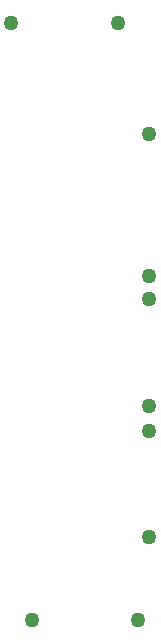
<source format=gbr>
%TF.GenerationSoftware,KiCad,Pcbnew,8.0.4*%
%TF.CreationDate,2025-03-29T22:20:25+07:00*%
%TF.ProjectId,FlightCom,466c6967-6874-4436-9f6d-2e6b69636164,rev?*%
%TF.SameCoordinates,Original*%
%TF.FileFunction,NonPlated,1,4,NPTH,Drill*%
%TF.FilePolarity,Positive*%
%FSLAX46Y46*%
G04 Gerber Fmt 4.6, Leading zero omitted, Abs format (unit mm)*
G04 Created by KiCad (PCBNEW 8.0.4) date 2025-03-29 22:20:25*
%MOMM*%
%LPD*%
G01*
G04 APERTURE LIST*
%TA.AperFunction,ComponentDrill*%
%ADD10C,1.270000*%
%TD*%
G04 APERTURE END LIST*
D10*
%TO.C,J11*%
X159000000Y-58810000D03*
%TO.C,J8*%
X160750000Y-109375000D03*
%TO.C,J11*%
X168000000Y-58810000D03*
%TO.C,J8*%
X169750000Y-109375000D03*
%TO.C,J1*%
X170625000Y-82200000D03*
X170625000Y-91200000D03*
%TO.C,J10*%
X170675000Y-68250000D03*
X170675000Y-80250000D03*
%TO.C,J7*%
X170690000Y-93350000D03*
X170690000Y-102350000D03*
M02*

</source>
